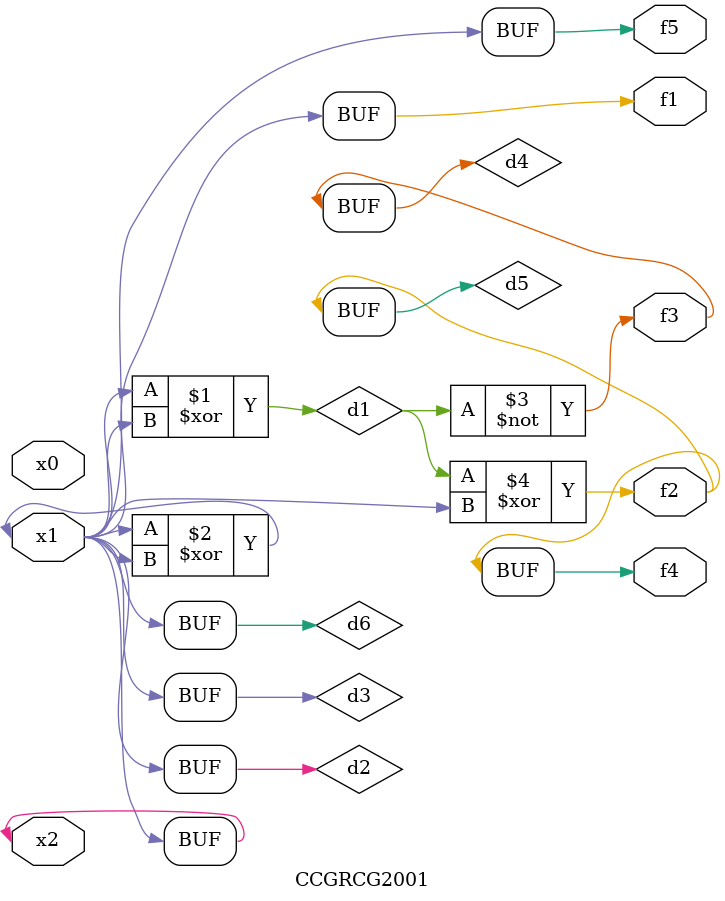
<source format=v>
module CCGRCG2001(
	input x0, x1, x2,
	output f1, f2, f3, f4, f5
);

	wire d1, d2, d3, d4, d5, d6;

	xor (d1, x1, x2);
	buf (d2, x1, x2);
	xor (d3, x1, x2);
	nor (d4, d1);
	xor (d5, d1, d2);
	buf (d6, d2, d3);
	assign f1 = d6;
	assign f2 = d5;
	assign f3 = d4;
	assign f4 = d5;
	assign f5 = d6;
endmodule

</source>
